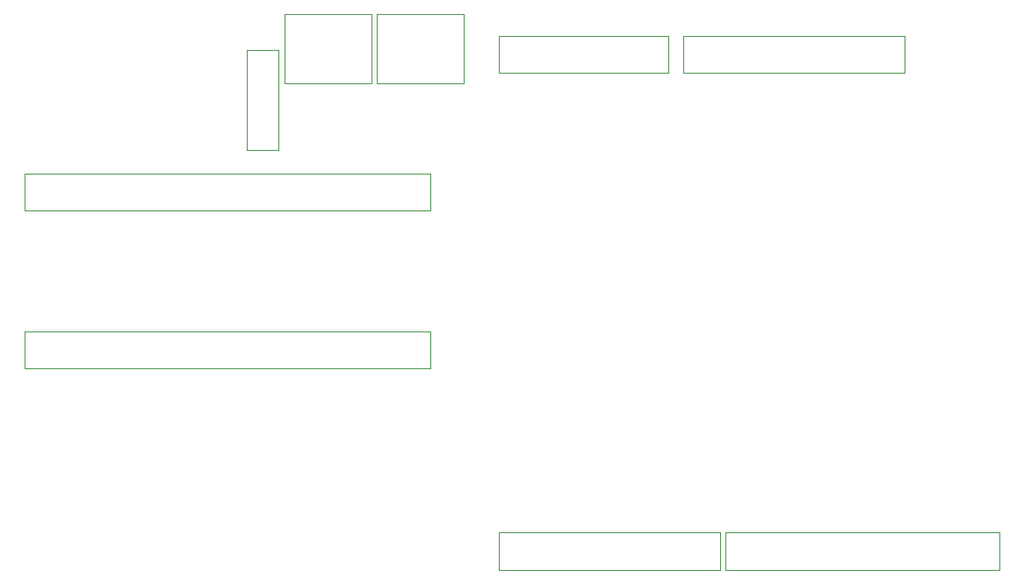
<source format=gbr>
G04 #@! TF.GenerationSoftware,KiCad,Pcbnew,(5.1.4)-1*
G04 #@! TF.CreationDate,2019-08-18T12:41:48-04:00*
G04 #@! TF.ProjectId,A-10C-UFC,412d3130-432d-4554-9643-2e6b69636164,1.2*
G04 #@! TF.SameCoordinates,Original*
G04 #@! TF.FileFunction,Other,User*
%FSLAX46Y46*%
G04 Gerber Fmt 4.6, Leading zero omitted, Abs format (unit mm)*
G04 Created by KiCad (PCBNEW (5.1.4)-1) date 2019-08-18 12:41:48*
%MOMM*%
%LPD*%
G04 APERTURE LIST*
%ADD10C,0.050000*%
G04 APERTURE END LIST*
D10*
X274247000Y-113262000D02*
X300697000Y-113262000D01*
X300697000Y-113262000D02*
X300697000Y-116862000D01*
X300697000Y-116862000D02*
X274247000Y-116862000D01*
X274247000Y-116862000D02*
X274247000Y-113262000D01*
X252403000Y-65306800D02*
X268703000Y-65306800D01*
X268703000Y-65306800D02*
X268703000Y-68906800D01*
X268703000Y-68906800D02*
X252403000Y-68906800D01*
X252403000Y-68906800D02*
X252403000Y-65306800D01*
X228116000Y-66641000D02*
X231116000Y-66641000D01*
X231116000Y-66641000D02*
X231116000Y-76361000D01*
X231116000Y-76361000D02*
X228116000Y-76361000D01*
X228116000Y-76361000D02*
X228116000Y-66641000D01*
X252403000Y-113262000D02*
X273753000Y-113262000D01*
X273753000Y-113262000D02*
X273753000Y-116862000D01*
X273753000Y-116862000D02*
X252403000Y-116862000D01*
X252403000Y-116862000D02*
X252403000Y-113262000D01*
X245783000Y-78591000D02*
X206683000Y-78591000D01*
X245783000Y-82141000D02*
X245783000Y-78591000D01*
X206683000Y-82141000D02*
X245783000Y-82141000D01*
X206683000Y-78591000D02*
X206683000Y-82141000D01*
X206683000Y-93831000D02*
X206683000Y-97381000D01*
X206683000Y-97381000D02*
X245783000Y-97381000D01*
X245783000Y-97381000D02*
X245783000Y-93831000D01*
X245783000Y-93831000D02*
X206683000Y-93831000D01*
X270183000Y-65306800D02*
X291533000Y-65306800D01*
X291533000Y-65306800D02*
X291533000Y-68906800D01*
X291533000Y-68906800D02*
X270183000Y-68906800D01*
X270183000Y-68906800D02*
X270183000Y-65306800D01*
X240636000Y-69906000D02*
X240636000Y-63156000D01*
X240636000Y-63156000D02*
X249036000Y-63156000D01*
X249036000Y-63156000D02*
X249036000Y-69906000D01*
X249036000Y-69906000D02*
X240636000Y-69906000D01*
X240146000Y-69906000D02*
X231746000Y-69906000D01*
X240146000Y-63156000D02*
X240146000Y-69906000D01*
X231746000Y-63156000D02*
X240146000Y-63156000D01*
X231746000Y-69906000D02*
X231746000Y-63156000D01*
M02*

</source>
